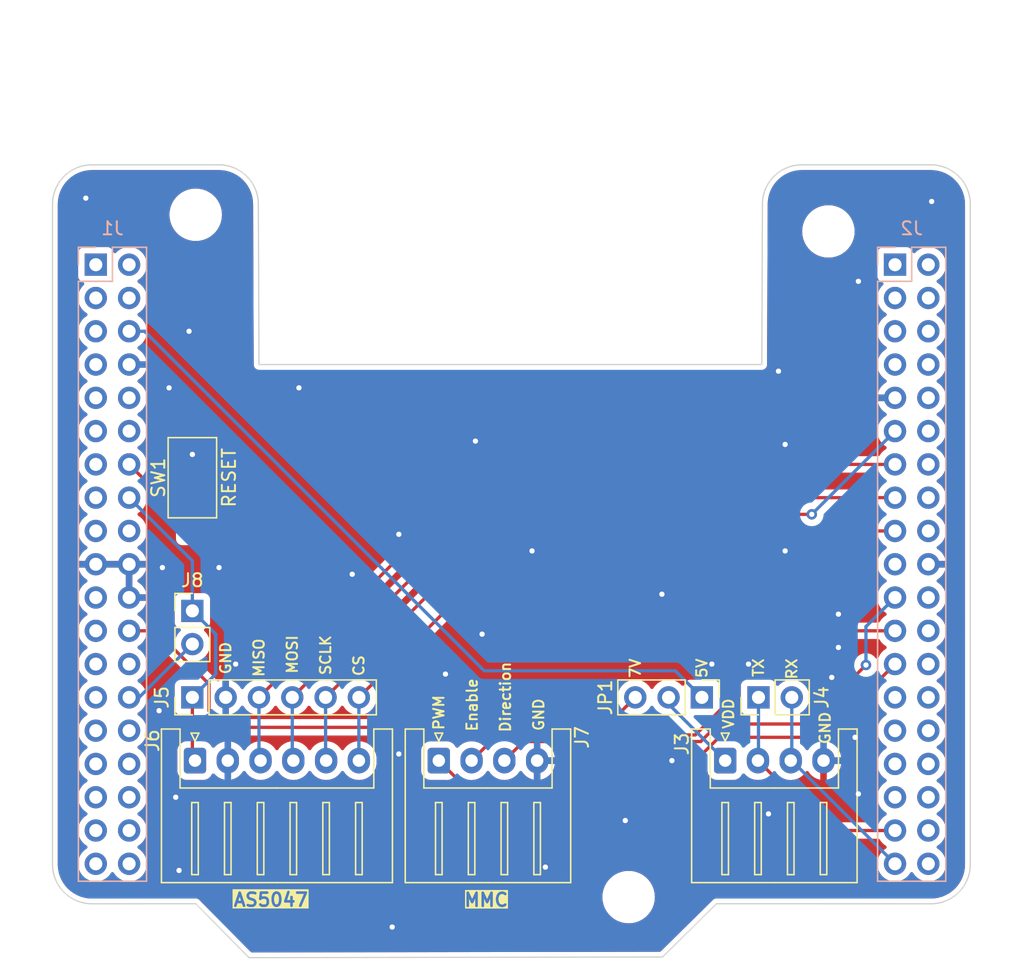
<source format=kicad_pcb>
(kicad_pcb (version 20221018) (generator pcbnew)
  (layers (0 "F.Cu" signal) (31 "B.Cu" signal) (34 "B.Paste" user) (35 "F.Paste" user) (36 "B.SilkS" user "B.Silkscreen") (37 "F.SilkS" user "F.Silkscreen") (38 "B.Mask" user) (39 "F.Mask" user) (44 "Edge.Cuts" user))
  (net 0 "")
  (net 1 "PWM")
  (net 3 "ENABLE")
  (net 4 "DIR")
  (net 6 "E5V")
  (net 8 "GND")
  (net 11 "UART_TX")
  (net 13 "RESET")
  (net 14 "UART_RX")
  (net 15 "+3.3V")
  (net 17 "+5V")
  (net 20 "NUCLEO_VIN")
  (net 22 "LIMIT_SW")
  (net 32 "VBUS")
  (net 33 "SPI_SCLK")
  (net 34 "SPI_MISO")
  (net 35 "SPI_MOSI")
  (net 36 "SPI_CS")
  (net 38 "VIN")
  (footprint "Connector_JST:JST_XH_S4B-XH-A_1x04_P2.50mm_Horizontal" (layer "F.Cu") (at 162.306 114.046)
    (fp_text reference "J3" (at -3.302 -1.27 90) (layer "F.SilkS"))
    (fp_text value "Conn_01x04")
    (fp_line (start -2.56 -2.41) (end -1.14 -2.41) (stroke (width 0.12)) (layer "F.SilkS"))
    (fp_line (start -2.56 9.31) (end -2.56 -2.41) (stroke (width 0.12)) (layer "F.SilkS"))
    (fp_line (start -1.14 -2.41) (end -1.14 2.09) (stroke (width 0.12)) (layer "F.SilkS"))
    (fp_line (start -1.14 2.09) (end 3.75 2.09) (stroke (width 0.12)) (layer "F.SilkS"))
    (fp_line (start -0.3 -2.1) (end 0.3 -2.1) (stroke (width 0.12)) (layer "F.SilkS"))
    (fp_line (start -0.25 3.2) (end -0.25 8.7) (stroke (width 0.12)) (layer "F.SilkS"))
    (fp_line (start -0.25 8.7) (end 0.25 8.7) (stroke (width 0.12)) (layer "F.SilkS"))
    (fp_line (start 0 -1.5) (end -0.3 -2.1) (stroke (width 0.12)) (layer "F.SilkS"))
    (fp_line (start 0.25 3.2) (end -0.25 3.2) (stroke (width 0.12)) (layer "F.SilkS"))
    (fp_line (start 0.25 8.7) (end 0.25 3.2) (stroke (width 0.12)) (layer "F.SilkS"))
    (fp_line (start 0.3 -2.1) (end 0 -1.5) (stroke (width 0.12)) (layer "F.SilkS"))
    (fp_line (start 2.25 3.2) (end 2.25 8.7) (stroke (width 0.12)) (layer "F.SilkS"))
    (fp_line (start 2.25 8.7) (end 2.75 8.7) (stroke (width 0.12)) (layer "F.SilkS"))
    (fp_line (start 2.75 3.2) (end 2.25 3.2) (stroke (width 0.12)) (layer "F.SilkS"))
    (fp_line (start 2.75 8.7) (end 2.75 3.2) (stroke (width 0.12)) (layer "F.SilkS"))
    (fp_line (start 3.75 9.31) (end -2.56 9.31) (stroke (width 0.12)) (layer "F.SilkS"))
    (fp_line (start 3.75 9.31) (end 10.06 9.31) (stroke (width 0.12)) (layer "F.SilkS"))
    (fp_line (start 4.75 3.2) (end 4.75 8.7) (stroke (width 0.12)) (layer "F.SilkS"))
    (fp_line (start 4.75 8.7) (end 5.25 8.7) (stroke (width 0.12)) (layer "F.SilkS"))
    (fp_line (start 5.25 3.2) (end 4.75 3.2) (stroke (width 0.12)) (layer "F.SilkS"))
    (fp_line (start 5.25 8.7) (end 5.25 3.2) (stroke (width 0.12)) (layer "F.SilkS"))
    (fp_line (start 7.25 3.2) (end 7.25 8.7) (stroke (width 0.12)) (layer "F.SilkS"))
    (fp_line (start 7.25 8.7) (end 7.75 8.7) (stroke (width 0.12)) (layer "F.SilkS"))
    (fp_line (start 7.75 3.2) (end 7.25 3.2) (stroke (width 0.12)) (layer "F.SilkS"))
    (fp_line (start 7.75 8.7) (end 7.75 3.2) (stroke (width 0.12)) (layer "F.SilkS"))
    (fp_line (start 8.64 -2.41) (end 8.64 2.09) (stroke (width 0.12)) (layer "F.SilkS"))
    (fp_line (start 8.64 2.09) (end 3.75 2.09) (stroke (width 0.12)) (layer "F.SilkS"))
    (fp_line (start 10.06 -2.41) (end 8.64 -2.41) (stroke (width 0.12)) (layer "F.SilkS"))
    (fp_line (start 10.06 9.31) (end 10.06 -2.41) (stroke (width 0.12)) (layer "F.SilkS"))
    (pad "1" thru_hole roundrect (at 0 0) (size 1.7 1.95) (drill 0.95) (layers "*.Cu" "*.Mask") (roundrect_rratio 0.1470588235) (net 38 "VIN"))
    (pad "2" thru_hole oval (at 2.5 0) (size 1.7 1.95) (drill 0.95) (layers "*.Cu" "*.Mask") (net 11 "UART_TX"))
    (pad "3" thru_hole oval (at 5 0) (size 1.7 1.95) (drill 0.95) (layers "*.Cu" "*.Mask") (net 14 "UART_RX"))
    (pad "4" thru_hole oval (at 7.5 0) (size 1.7 1.95) (drill 0.95) (layers "*.Cu" "*.Mask") (net 8 "GND"))
  )
  (footprint "Connector_JST:JST_XH_S6B-XH-A_1x06_P2.50mm_Horizontal" (layer "F.Cu") (at 121.866 114.046)
    (fp_text reference "J6" (at -3.248 -1.524 90) (layer "F.SilkS"))
    (fp_text value "Conn_01x06")
    (fp_line (start -2.56 -2.41) (end -1.14 -2.41) (stroke (width 0.12)) (layer "F.SilkS"))
    (fp_line (start -2.56 9.31) (end -2.56 -2.41) (stroke (width 0.12)) (layer "F.SilkS"))
    (fp_line (start -1.14 -2.41) (end -1.14 2.09) (stroke (width 0.12)) (layer "F.SilkS"))
    (fp_line (start -1.14 2.09) (end 6.25 2.09) (stroke (width 0.12)) (layer "F.SilkS"))
    (fp_line (start -0.3 -2.1) (end 0.3 -2.1) (stroke (width 0.12)) (layer "F.SilkS"))
    (fp_line (start -0.25 3.2) (end -0.25 8.7) (stroke (width 0.12)) (layer "F.SilkS"))
    (fp_line (start -0.25 8.7) (end 0.25 8.7) (stroke (width 0.12)) (layer "F.SilkS"))
    (fp_line (start 0 -1.5) (end -0.3 -2.1) (stroke (width 0.12)) (layer "F.SilkS"))
    (fp_line (start 0.25 3.2) (end -0.25 3.2) (stroke (width 0.12)) (layer "F.SilkS"))
    (fp_line (start 0.25 8.7) (end 0.25 3.2) (stroke (width 0.12)) (layer "F.SilkS"))
    (fp_line (start 0.3 -2.1) (end 0 -1.5) (stroke (width 0.12)) (layer "F.SilkS"))
    (fp_line (start 2.25 3.2) (end 2.25 8.7) (stroke (width 0.12)) (layer "F.SilkS"))
    (fp_line (start 2.25 8.7) (end 2.75 8.7) (stroke (width 0.12)) (layer "F.SilkS"))
    (fp_line (start 2.75 3.2) (end 2.25 3.2) (stroke (width 0.12)) (layer "F.SilkS"))
    (fp_line (start 2.75 8.7) (end 2.75 3.2) (stroke (width 0.12)) (layer "F.SilkS"))
    (fp_line (start 4.75 3.2) (end 4.75 8.7) (stroke (width 0.12)) (layer "F.SilkS"))
    (fp_line (start 4.75 8.7) (end 5.25 8.7) (stroke (width 0.12)) (layer "F.SilkS"))
    (fp_line (start 5.25 3.2) (end 4.75 3.2) (stroke (width 0.12)) (layer "F.SilkS"))
    (fp_line (start 5.25 8.7) (end 5.25 3.2) (stroke (width 0.12)) (layer "F.SilkS"))
    (fp_line (start 6.25 9.31) (end -2.56 9.31) (stroke (width 0.12)) (layer "F.SilkS"))
    (fp_line (start 6.25 9.31) (end 15.06 9.31) (stroke (width 0.12)) (layer "F.SilkS"))
    (fp_line (start 7.25 3.2) (end 7.25 8.7) (stroke (width 0.12)) (layer "F.SilkS"))
    (fp_line (start 7.25 8.7) (end 7.75 8.7) (stroke (width 0.12)) (layer "F.SilkS"))
    (fp_line (start 7.75 3.2) (end 7.25 3.2) (stroke (width 0.12)) (layer "F.SilkS"))
    (fp_line (start 7.75 8.7) (end 7.75 3.2) (stroke (width 0.12)) (layer "F.SilkS"))
    (fp_line (start 9.75 3.2) (end 9.75 8.7) (stroke (width 0.12)) (layer "F.SilkS"))
    (fp_line (start 9.75 8.7) (end 10.25 8.7) (stroke (width 0.12)) (layer "F.SilkS"))
    (fp_line (start 10.25 3.2) (end 9.75 3.2) (stroke (width 0.12)) (layer "F.SilkS"))
    (fp_line (start 10.25 8.7) (end 10.25 3.2) (stroke (width 0.12)) (layer "F.SilkS"))
    (fp_line (start 12.25 3.2) (end 12.25 8.7) (stroke (width 0.12)) (layer "F.SilkS"))
    (fp_line (start 12.25 8.7) (end 12.75 8.7) (stroke (width 0.12)) (layer "F.SilkS"))
    (fp_line (start 12.75 3.2) (end 12.25 3.2) (stroke (width 0.12)) (layer "F.SilkS"))
    (fp_line (start 12.75 8.7) (end 12.75 3.2) (stroke (width 0.12)) (layer "F.SilkS"))
    (fp_line (start 13.64 -2.41) (end 13.64 2.09) (stroke (width 0.12)) (layer "F.SilkS"))
    (fp_line (start 13.64 2.09) (end 6.25 2.09) (stroke (width 0.12)) (layer "F.SilkS"))
    (fp_line (start 15.06 -2.41) (end 13.64 -2.41) (stroke (width 0.12)) (layer "F.SilkS"))
    (fp_line (start 15.06 9.31) (end 15.06 -2.41) (stroke (width 0.12)) (layer "F.SilkS"))
    (pad "1" thru_hole roundrect (at 0 0) (size 1.7 1.95) (drill 0.95) (layers "*.Cu" "*.Mask") (roundrect_rratio 0.1470588235) (net 15 "+3.3V"))
    (pad "2" thru_hole oval (at 2.5 0) (size 1.7 1.95) (drill 0.95) (layers "*.Cu" "*.Mask") (net 8 "GND"))
    (pad "3" thru_hole oval (at 5 0) (size 1.7 1.95) (drill 0.95) (layers "*.Cu" "*.Mask") (net 34 "SPI_MISO"))
    (pad "4" thru_hole oval (at 7.5 0) (size 1.7 1.95) (drill 0.95) (layers "*.Cu" "*.Mask") (net 35 "SPI_MOSI"))
    (pad "5" thru_hole oval (at 10 0) (size 1.7 1.95) (drill 0.95) (layers "*.Cu" "*.Mask") (net 33 "SPI_SCLK"))
    (pad "6" thru_hole oval (at 12.5 0) (size 1.7 1.95) (drill 0.95) (layers "*.Cu" "*.Mask") (net 36 "SPI_CS"))
  )
  (footprint "Connector_PinHeader_2.54mm:PinHeader_1x03_P2.54mm_Vertical" (layer "F.Cu") (at 160.528 109.22 -90)
    (fp_text reference "JP1" (at 0 7.366 90) (layer "F.SilkS"))
    (fp_text value "Jumper_3_Bridged12")
    (fp_line (start -1.33 -1.33) (end 0 -1.33) (stroke (width 0.12)) (layer "F.SilkS"))
    (fp_line (start -1.33 0) (end -1.33 -1.33) (stroke (width 0.12)) (layer "F.SilkS"))
    (fp_line (start -1.33 1.27) (end -1.33 6.41) (stroke (width 0.12)) (layer "F.SilkS"))
    (fp_line (start -1.33 1.27) (end 1.33 1.27) (stroke (width 0.12)) (layer "F.SilkS"))
    (fp_line (start -1.33 6.41) (end 1.33 6.41) (stroke (width 0.12)) (layer "F.SilkS"))
    (fp_line (start 1.33 1.27) (end 1.33 6.41) (stroke (width 0.12)) (layer "F.SilkS"))
    (pad "1" thru_hole rect (at 0 0 270) (size 1.7 1.7) (drill 1) (layers "*.Cu" "*.Mask") (net 6 "E5V"))
    (pad "2" thru_hole oval (at 0 2.54 270) (size 1.7 1.7) (drill 1) (layers "*.Cu" "*.Mask") (net 38 "VIN"))
    (pad "3" thru_hole oval (at 0 5.08 270) (size 1.7 1.7) (drill 1) (layers "*.Cu" "*.Mask") (net 20 "NUCLEO_VIN"))
  )
  (footprint "Button_Switch_SMD:SW_SPST_CK_RS282G05A3" (layer "F.Cu") (at 121.666 92.456 90)
    (fp_text reference "SW1" (at 0 -2.6 90) (layer "F.SilkS"))
    (fp_text value "RESET")
    (fp_text user "RESET" (at 0 2.794 90 unlocked) (layer "F.SilkS"))
    (fp_line (start -3.06 -1.85) (end 3.06 -1.85) (stroke (width 0.12)) (layer "F.SilkS"))
    (fp_line (start -3.06 1.85) (end -3.06 -1.85) (stroke (width 0.12)) (layer "F.SilkS"))
    (fp_line (start 3.06 -1.85) (end 3.06 1.85) (stroke (width 0.12)) (layer "F.SilkS"))
    (fp_line (start 3.06 1.85) (end -3.06 1.85) (stroke (width 0.12)) (layer "F.SilkS"))
    (pad "1" smd rect (at -3.9 0 90) (size 1.5 1.5) (layers "F.Cu" "F.Paste" "F.Mask") (net 13 "RESET"))
    (pad "2" smd rect (at 3.9 0 90) (size 1.5 1.5) (layers "F.Cu" "F.Paste" "F.Mask") (net 8 "GND"))
  )
  (footprint "Connector_PinHeader_2.54mm:PinHeader_1x02_P2.54mm_Vertical" (layer "F.Cu") (at 164.846 109.22 90)
    (fp_text reference "J4" (at 0 4.826 90) (layer "F.SilkS"))
    (fp_text value "Conn_01x02")
    (fp_line (start -1.33 -1.33) (end 0 -1.33) (stroke (width 0.12)) (layer "F.SilkS"))
    (fp_line (start -1.33 0) (end -1.33 -1.33) (stroke (width 0.12)) (layer "F.SilkS"))
    (fp_line (start -1.33 1.27) (end -1.33 3.87) (stroke (width 0.12)) (layer "F.SilkS"))
    (fp_line (start -1.33 1.27) (end 1.33 1.27) (stroke (width 0.12)) (layer "F.SilkS"))
    (fp_line (start -1.33 3.87) (end 1.33 3.87) (stroke (width 0.12)) (layer "F.SilkS"))
    (fp_line (start 1.33 1.27) (end 1.33 3.87) (stroke (width 0.12)) (layer "F.SilkS"))
    (pad "1" thru_hole rect (at 0 0 90) (size 1.7 1.7) (drill 1) (layers "*.Cu" "*.Mask") (net 11 "UART_TX"))
    (pad "2" thru_hole oval (at 0 2.54 90) (size 1.7 1.7) (drill 1) (layers "*.Cu" "*.Mask") (net 14 "UART_RX"))
  )
  (footprint "Connector_PinHeader_2.54mm:PinHeader_1x02_P2.54mm_Vertical" (layer "F.Cu") (at 121.666 102.616)
    (fp_text reference "J8" (at 0 -2.33) (layer "F.SilkS"))
    (fp_text value "Conn_01x02")
    (fp_line (start -1.33 -1.33) (end 0 -1.33) (stroke (width 0.12)) (layer "F.SilkS"))
    (fp_line (start -1.33 0) (end -1.33 -1.33) (stroke (width 0.12)) (layer "F.SilkS"))
    (fp_line (start -1.33 1.27) (end -1.33 3.87) (stroke (width 0.12)) (layer "F.SilkS"))
    (fp_line (start -1.33 1.27) (end 1.33 1.27) (stroke (width 0.12)) (layer "F.SilkS"))
    (fp_line (start -1.33 3.87) (end 1.33 3.87) (stroke (width 0.12)) (layer "F.SilkS"))
    (fp_line (start 1.33 1.27) (end 1.33 3.87) (stroke (width 0.12)) (layer "F.SilkS"))
    (pad "1" thru_hole rect (at 0 0) (size 1.7 1.7) (drill 1) (layers "*.Cu" "*.Mask") (net 15 "+3.3V"))
    (pad "2" thru_hole oval (at 0 2.54) (size 1.7 1.7) (drill 1) (layers "*.Cu" "*.Mask") (net 22 "LIMIT_SW"))
  )
  (footprint "Connector_JST:JST_XH_S4B-XH-A_1x04_P2.50mm_Horizontal" (layer "F.Cu") (at 140.462 114.046)
    (fp_text reference "J7" (at 10.922 -1.778 90) (layer "F.SilkS"))
    (fp_text value "Conn_01x04")
    (fp_line (start -2.56 -2.41) (end -1.14 -2.41) (stroke (width 0.12)) (layer "F.SilkS"))
    (fp_line (start -2.56 9.31) (end -2.56 -2.41) (stroke (width 0.12)) (layer "F.SilkS"))
    (fp_line (start -1.14 -2.41) (end -1.14 2.09) (stroke (width 0.12)) (layer "F.SilkS"))
    (fp_line (start -1.14 2.09) (end 3.75 2.09) (stroke (width 0.12)) (layer "F.SilkS"))
    (fp_line (start -0.3 -2.1) (end 0.3 -2.1) (stroke (width 0.12)) (layer "F.SilkS"))
    (fp_line (start -0.25 3.2) (end -0.25 8.7) (stroke (width 0.12)) (layer "F.SilkS"))
    (fp_line (start -0.25 8.7) (end 0.25 8.7) (stroke (width 0.12)) (layer "F.SilkS"))
    (fp_line (start 0 -1.5) (end -0.3 -2.1) (stroke (width 0.12)) (layer "F.SilkS"))
    (fp_line (start 0.25 3.2) (end -0.25 3.2) (stroke (width 0.12)) (layer "F.SilkS"))
    (fp_line (start 0.25 8.7) (end 0.25 3.2) (stroke (width 0.12)) (layer "F.SilkS"))
    (fp_line (start 0.3 -2.1) (end 0 -1.5) (stroke (width 0.12)) (layer "F.SilkS"))
    (fp_line (start 2.25 3.2) (end 2.25 8.7) (stroke (width 0.12)) (layer "F.SilkS"))
    (fp_line (start 2.25 8.7) (end 2.75 8.7) (stroke (width 0.12)) (layer "F.SilkS"))
    (fp_line (start 2.75 3.2) (end 2.25 3.2) (stroke (width 0.12)) (layer "F.SilkS"))
    (fp_line (start 2.75 8.7) (end 2.75 3.2) (stroke (width 0.12)) (layer "F.SilkS"))
    (fp_line (start 3.75 9.31) (end -2.56 9.31) (stroke (width 0.12)) (layer "F.SilkS"))
    (fp_line (start 3.75 9.31) (end 10.06 9.31) (stroke (width 0.12)) (layer "F.SilkS"))
    (fp_line (start 4.75 3.2) (end 4.75 8.7) (stroke (width 0.12)) (layer "F.SilkS"))
    (fp_line (start 4.75 8.7) (end 5.25 8.7) (stroke (width 0.12)) (layer "F.SilkS"))
    (fp_line (start 5.25 3.2) (end 4.75 3.2) (stroke (width 0.12)) (layer "F.SilkS"))
    (fp_line (start 5.25 8.7) (end 5.25 3.2) (stroke (width 0.12)) (layer "F.SilkS"))
    (fp_line (start 7.25 3.2) (end 7.25 8.7) (stroke (width 0.12)) (layer "F.SilkS"))
    (fp_line (start 7.25 8.7) (end 7.75 8.7) (stroke (width 0.12)) (layer "F.SilkS"))
    (fp_line (start 7.75 3.2) (end 7.25 3.2) (stroke (width 0.12)) (layer "F.SilkS"))
    (fp_line (start 7.75 8.7) (end 7.75 3.2) (stroke (width 0.12)) (layer "F.SilkS"))
    (fp_line (start 8.64 -2.41) (end 8.64 2.09) (stroke (width 0.12)) (layer "F.SilkS"))
    (fp_line (start 8.64 2.09) (end 3.75 2.09) (stroke (width 0.12)) (layer "F.SilkS"))
    (fp_line (start 10.06 -2.41) (end 8.64 -2.41) (stroke (width 0.12)) (layer "F.SilkS"))
    (fp_line (start 10.06 9.31) (end 10.06 -2.41) (stroke (width 0.12)) (layer "F.SilkS"))
    (pad "1" thru_hole roundrect (at 0 0) (size 1.7 1.95) (drill 0.95) (layers "*.Cu" "*.Mask") (roundrect_rratio 0.1470588235) (net 1 "PWM"))
    (pad "2" thru_hole oval (at 2.5 0) (size 1.7 1.95) (drill 0.95) (layers "*.Cu" "*.Mask") (net 3 "ENABLE"))
    (pad "3" thru_hole oval (at 5 0) (size 1.7 1.95) (drill 0.95) (layers "*.Cu" "*.Mask") (net 4 "DIR"))
    (pad "4" thru_hole oval (at 7.5 0) (size 1.7 1.95) (drill 0.95) (layers "*.Cu" "*.Mask") (net 8 "GND"))
  )
  (footprint "Connector_PinHeader_2.54mm:PinHeader_1x06_P2.54mm_Vertical" (layer "F.Cu") (at 121.666 109.22 90)
    (fp_text reference "J5" (at 0 -2.33 90) (layer "F.SilkS"))
    (fp_text value "Conn_01x06")
    (fp_line (start -1.33 -1.33) (end 0 -1.33) (stroke (width 0.12)) (layer "F.SilkS"))
    (fp_line (start -1.33 0) (end -1.33 -1.33) (stroke (width 0.12)) (layer "F.SilkS"))
    (fp_line (start -1.33 1.27) (end -1.33 14.03) (stroke (width 0.12)) (layer "F.SilkS"))
    (fp_line (start -1.33 1.27) (end 1.33 1.27) (stroke (width 0.12)) (layer "F.SilkS"))
    (fp_line (start -1.33 14.03) (end 1.33 14.03) (stroke (width 0.12)) (layer "F.SilkS"))
    (fp_line (start 1.33 1.27) (end 1.33 14.03) (stroke (width 0.12)) (layer "F.SilkS"))
    (pad "1" thru_hole rect (at 0 0 90) (size 1.7 1.7) (drill 1) (layers "*.Cu" "*.Mask") (net 15 "+3.3V"))
    (pad "2" thru_hole oval (at 0 2.54 90) (size 1.7 1.7) (drill 1) (layers "*.Cu" "*.Mask") (net 8 "GND"))
    (pad "3" thru_hole oval (at 0 5.08 90) (size 1.7 1.7) (drill 1) (layers "*.Cu" "*.Mask") (net 34 "SPI_MISO"))
    (pad "4" thru_hole oval (at 0 7.62 90) (size 1.7 1.7) (drill 1) (layers "*.Cu" "*.Mask") (net 35 "SPI_MOSI"))
    (pad "5" thru_hole oval (at 0 10.16 90) (size 1.7 1.7) (drill 1) (layers "*.Cu" "*.Mask") (net 33 "SPI_SCLK"))
    (pad "6" thru_hole oval (at 0 12.7 90) (size 1.7 1.7) (drill 1) (layers "*.Cu" "*.Mask") (net 36 "SPI_CS"))
  )
  (footprint "MountingHole:MountingHole_3.5mm" (layer "F.Cu") (at 121.92 72.39)
    (fp_text reference "H3" hide)
    (fp_text value "MountingHole")
    (pad "" np_thru_hole circle (at 0 0) (size 3.5 3.5) (drill 3.5) (layers "*.Cu" "*.Mask"))
  )
  (footprint "MountingHole:MountingHole_3.5mm" (layer "F.Cu") (at 154.94 124.46)
    (fp_text reference "H1" hide)
    (fp_text value "MountingHole")
    (pad "" np_thru_hole circle locked (at 0 0) (size 3.5 3.5) (drill 3.5) (layers "*.Cu" "*.Mask"))
  )
  (footprint "MountingHole:MountingHole_3.5mm" (layer "F.Cu") (at 170.18 73.66)
    (fp_text reference "H2" hide)
    (fp_text value "MountingHole")
    (pad "" np_thru_hole circle locked (at 0 0) (size 3.5 3.5) (drill 3.5) (layers "*.Cu" "*.Mask"))
  )
  (footprint "Connector_PinSocket_2.54mm:PinSocket_2x19_P2.54mm_Vertical" (layer "B.Cu") (at 175.26 76.2 180)
    (fp_text reference "J2" (at -1.27 2.77) (layer "B.SilkS") (effects (justify mirror)))
    (fp_text value "Conn_02x19_Odd_Even")
    (fp_line (start -3.87 -47.05) (end 1.33 -47.05) (stroke (width 0.12)) (layer "B.SilkS"))
    (fp_line (start -3.87 1.33) (end -3.87 -47.05) (stroke (width 0.12)) (layer "B.SilkS"))
    (fp_line (start -3.87 1.33) (end -1.27 1.33) (stroke (width 0.12)) (layer "B.SilkS"))
    (fp_line (start -1.27 -1.27) (end 1.33 -1.27) (stroke (width 0.12)) (layer "B.SilkS"))
    (fp_line (start -1.27 1.33) (end -1.27 -1.27) (stroke (width 0.12)) (layer "B.SilkS"))
    (fp_line (start 0 1.33) (end 1.33 1.33) (stroke (width 0.12)) (layer "B.SilkS"))
    (fp_line (start 1.33 -1.27) (end 1.33 -47.05) (stroke (width 0.12)) (layer "B.SilkS"))
    (fp_line (start 1.33 1.33) (end 1.33 0) (stroke (width 0.12)) (layer "B.SilkS"))
    (pad "1" thru_hole rect locked (at 0 0 180) (size 1.7 1.7) (drill 1) (layers "*.Cu" "*.Mask"))
    (pad "2" thru_hole oval locked (at -2.54 0 180) (size 1.7 1.7) (drill 1) (layers "*.Cu" "*.Mask"))
    (pad "3" thru_hole oval locked (at 0 -2.54 180) (size 1.7 1.7) (drill 1) (layers "*.Cu" "*.Mask"))
    (pad "4" thru_hole oval locked (at -2.54 -2.54 180) (size 1.7 1.7) (drill 1) (layers "*.Cu" "*.Mask"))
    (pad "5" thru_hole oval locked (at 0 -5.08 180) (size 1.7 1.7) (drill 1) (layers "*.Cu" "*.Mask"))
    (pad "6" thru_hole oval locked (at -2.54 -5.08 180) (size 1.7 1.7) (drill 1) (layers "*.Cu" "*.Mask"))
    (pad "7" thru_hole oval locked (at 0 -7.62 180) (size 1.7 1.7) (drill 1) (layers "*.Cu" "*.Mask"))
    (pad "8" thru_hole oval locked (at -2.54 -7.62 180) (size 1.7 1.7) (drill 1) (layers "*.Cu" "*.Mask") (net 32 "VBUS"))
    (pad "9" thru_hole oval locked (at 0 -10.16 180) (size 1.7 1.7) (drill 1) (layers "*.Cu" "*.Mask") (net 8 "GND"))
    (pad "10" thru_hole oval locked (at -2.54 -10.16 180) (size 1.7 1.7) (drill 1) (layers "*.Cu" "*.Mask"))
    (pad "11" thru_hole oval locked (at 0 -12.7 180) (size 1.7 1.7) (drill 1) (layers "*.Cu" "*.Mask") (net 33 "SPI_SCLK"))
    (pad "12" thru_hole oval locked (at -2.54 -12.7 180) (size 1.7 1.7) (drill 1) (layers "*.Cu" "*.Mask"))
    (pad "13" thru_hole oval locked (at 0 -15.24 180) (size 1.7 1.7) (drill 1) (layers "*.Cu" "*.Mask") (net 34 "SPI_MISO"))
    (pad "14" thru_hole oval locked (at -2.54 -15.24 180) (size 1.7 1.7) (drill 1) (layers "*.Cu" "*.Mask"))
    (pad "15" thru_hole oval locked (at 0 -17.78 180) (size 1.7 1.7) (drill 1) (layers "*.Cu" "*.Mask") (net 35 "SPI_MOSI"))
    (pad "16" thru_hole oval locked (at -2.54 -17.78 180) (size 1.7 1.7) (drill 1) (layers "*.Cu" "*.Mask"))
    (pad "17" thru_hole oval locked (at 0 -20.32 180) (size 1.7 1.7) (drill 1) (layers "*.Cu" "*.Mask") (net 36 "SPI_CS"))
    (pad "18" thru_hole oval locked (at -2.54 -20.32 180) (size 1.7 1.7) (drill 1) (layers "*.Cu" "*.Mask"))
    (pad "19" thru_hole oval locked (at 0 -22.86 180) (size 1.7 1.7) (drill 1) (layers "*.Cu" "*.Mask"))
    (pad "20" thru_hole oval locked (at -2.54 -22.86 180) (size 1.7 1.7) (drill 1) (layers "*.Cu" "*.Mask") (net 8 "GND"))
    (pad "21" thru_hole oval locked (at 0 -25.4 180) (size 1.7 1.7) (drill 1) (layers "*.Cu" "*.Mask") (net 4 "DIR"))
    (pad "22" thru_hole oval locked (at -2.54 -25.4 180) (size 1.7 1.7) (drill 1) (layers "*.Cu" "*.Mask"))
    (pad "23" thru_hole oval locked (at 0 -27.94 180) (size 1.7 1.7) (drill 1) (layers "*.Cu" "*.Mask") (net 3 "ENABLE"))
    (pad "24" thru_hole oval locked (at -2.54 -27.94 180) (size 1.7 1.7) (drill 1) (layers "*.Cu" "*.Mask"))
    (pad "25" thru_hole oval locked (at 0 -30.48 180) (size 1.7 1.7) (drill 1) (layers "*.Cu" "*.Mask") (net 1 "PWM"))
    (pad "26" thru_hole oval locked (at -2.54 -30.48 180) (size 1.7 1.7) (drill 1) (layers "*.Cu" "*.Mask"))
    (pad "27" thru_hole oval locked (at 0 -33.02 180) (size 1.7 1.7) (drill 1) (layers "*.Cu" "*.Mask"))
    (pad "28" thru_hole oval locked (at -2.54 -33.02 180) (size 1.7 1.7) (drill 1) (layers "*.Cu" "*.Mask"))
    (pad "29" thru_hole oval locked (at 0 -35.56 180) (size 1.7 1.7) (drill 1) (layers "*.Cu" "*.Mask"))
    (pad "30" thru_hole oval locked (at -2.54 -35.56 180) (size 1.7 1.7) (drill 1) (layers "*.Cu" "*.Mask"))
    (pad "31" thru_hole oval locked (at 0 -38.1 180) (size 1.7 1.7) (drill 1) (layers "*.Cu" "*.Mask"))
    (pad "32" thru_hole oval locked (at -2.54 -38.1 180) (size 1.7 1.7) (drill 1) (layers "*.Cu" "*.Mask"))
    (pad "33" thru_hole oval locked (at 0 -40.64 180) (size 1.7 1.7) (drill 1) (layers "*.Cu" "*.Mask"))
    (pad "34" thru_hole oval locked (at -2.54 -40.64 180) (size 1.7 1.7) (drill 1) (layers "*.Cu" "*.Mask"))
    (pad "35" thru_hole oval locked (at 0 -43.18 180) (size 1.7 1.7) (drill 1) (layers "*.Cu" "*.Mask") (net 11 "UART_TX"))
    (pad "36" thru_hole oval locked (at -2.54 -43.18 180) (size 1.7 1.7) (drill 1) (layers "*.Cu" "*.Mask"))
    (pad "37" thru_hole oval locked (at 0 -45.72 180) (size 1.7 1.7) (drill 1) (layers "*.Cu" "*.Mask") (net 14 "UART_RX"))
    (pad "38" thru_hole oval locked (at -2.54 -45.72 180) (size 1.7 1.7) (drill 1) (layers "*.Cu" "*.Mask"))
  )
  (footprint "Connector_PinSocket_2.54mm:PinSocket_2x19_P2.54mm_Vertical" (layer "B.Cu") (at 114.3 76.2 180)
    (fp_text reference "J1" (at -1.27 2.77) (layer "B.SilkS") (effects (justify mirror)))
    (fp_text value "Conn_02x19_Odd_Even")
    (fp_line (start -3.87 -47.05) (end 1.33 -47.05) (stroke (width 0.12)) (layer "B.SilkS"))
    (fp_line (start -3.87 1.33) (end -3.87 -47.05) (stroke (width 0.12)) (layer "B.SilkS"))
    (fp_line (start -3.87 1.33) (end -1.27 1.33) (stroke (width 0.12)) (layer "B.SilkS"))
    (fp_line (start -1.27 -1.27) (end 1.33 -1.27) (stroke (width 0.12)) (layer "B.SilkS"))
    (fp_line (start -1.27 1.33) (end -1.27 -1.27) (stroke (width 0.12)) (layer "B.SilkS"))
    (fp_line (start 0 1.33) (end 1.33 1.33) (stroke (width 0.12)) (layer "B.SilkS"))
    (fp_line (start 1.33 -1.27) (end 1.33 -47.05) (stroke (width 0.12)) (layer "B.SilkS"))
    (fp_line (start 1.33 1.33) (end 1.33 0) (stroke (width 0.12)) (layer "B.SilkS"))
    (pad "1" thru_hole rect locked (at 0 0 180) (size 1.7 1.7) (drill 1) (layers "*.Cu" "*.Mask"))
    (pad "2" thru_hole oval locked (at -2.54 0 180) (size 1.7 1.7) (drill 1) (layers "*.Cu" "*.Mask"))
    (pad "3" thru_hole oval locked (at 0 -2.54 180) (size 1.7 1.7) (drill 1) (layers "*.Cu" "*.Mask"))
    (pad "4" thru_hole oval locked (at -2.54 -2.54 180) (size 1.7 1.7) (drill 1) (layers "*.Cu" "*.Mask"))
    (pad "5" thru_hole oval locked (at 0 -5.08 180) (size 1.7 1.7) (drill 1) (layers "*.Cu" "*.Mask"))
    (pad "6" thru_hole oval locked (at -2.54 -5.08 180) (size 1.7 1.7) (drill 1) (layers "*.Cu" "*.Mask") (net 6 "E5V"))
    (pad "7" thru_hole oval locked (at 0 -7.62 180) (size 1.7 1.7) (drill 1) (layers "*.Cu" "*.Mask"))
    (pad "8" thru_hole oval locked (at -2.54 -7.62 180) (size 1.7 1.7) (drill 1) (layers "*.Cu" "*.Mask") (net 8 "GND"))
    (pad "9" thru_hole oval locked (at 0 -10.16 180) (size 1.7 1.7) (drill 1) (layers "*.Cu" "*.Mask"))
    (pad "10" thru_hole oval locked (at -2.54 -10.16 180) (size 1.7 1.7) (drill 1) (layers "*.Cu" "*.Mask"))
    (pad "11" thru_hole oval locked (at 0 -12.7 180) (size 1.7 1.7) (drill 1) (layers "*.Cu" "*.Mask"))
    (pad "12" thru_hole oval locked (at -2.54 -12.7 180) (size 1.7 1.7) (drill 1) (layers "*.Cu" "*.Mask"))
    (pad "13" thru_hole oval locked (at 0 -15.24 180) (size 1.7 1.7) (drill 1) (layers "*.Cu" "*.Mask"))
    (pad "14" thru_hole oval locked (at -2.54 -15.24 180) (size 1.7 1.7) (drill 1) (layers "*.Cu" "*.Mask") (net 13 "RESET"))
    (pad "15" thru_hole oval locked (at 0 -17.78 180) (size 1.7 1.7) (drill 1) (layers "*.Cu" "*.Mask"))
    (pad "16" thru_hole oval locked (at -2.54 -17.78 180) (size 1.7 1.7) (drill 1) (layers "*.Cu" "*.Mask") (net 15 "+3.3V"))
    (pad "17" thru_hole oval locked (at 0 -20.32 180) (size 1.7 1.7) (drill 1) (layers "*.Cu" "*.Mask"))
    (pad "18" thru_hole oval locked (at -2.54 -20.32 180) (size 1.7 1.7) (drill 1) (layers "*.Cu" "*.Mask") (net 17 "+5V"))
    (pad "19" thru_hole oval locked (at 0 -22.86 180) (size 1.7 1.7) (drill 1) (layers "*.Cu" "*.Mask") (net 8 "GND"))
    (pad "20" thru_hole oval locked (at -2.54 -22.86 180) (size 1.7 1.7) (drill 1) (layers "*.Cu" "*.Mask") (net 8 "GND"))
    (pad "21" thru_hole oval locked (at 0 -25.4 180) (size 1.7 1.7) (drill 1) (layers "*.Cu" "*.Mask"))
    (pad "22" thru_hole oval locked (at -2.54 -25.4 180) (size 1.7 1.7) (drill 1) (layers "*.Cu" "*.Mask") (net 8 "GND"))
    (pad "23" thru_hole oval locked (at 0 -27.94 180) (size 1.7 1.7) (drill 1) (layers "*.Cu" "*.Mask"))
    (pad "24" thru_hole oval locked (at -2.54 -27.94 180) (size 1.7 1.7) (drill 1) (layers "*.Cu" "*.Mask") (net 20 "NUCLEO_VIN"))
    (pad "25" thru_hole oval locked (at 0 -30.48 180) (size 1.7 1.7) (drill 1) (layers "*.Cu" "*.Mask"))
    (pad "26" thru_hole oval locked (at -2.54 -30.48 180) (size 1.7 1.7) (drill 1) (layers "*.Cu" "*.Mask"))
    (pad "27" thru_hole oval locked (at 0 -33.02 180) (size 1.7 1.7) (drill 1) (layers "*.Cu" "*.Mask"))
    (pad "28" thru_hole oval locked (at -2.54 -33.02 180) (size 1.7 1.7) (drill 1) (layers "*.Cu" "*.Mask") (net 22 "LIMIT_SW"))
    (pad "29" thru_hole oval locked (at 0 -35.56 180) (size 1.7 1.7) (drill 1) (layers "*.Cu" "*.Mask"))
    (pad "30" thru_hole oval locked (at -2.54 -35.56 180) (size 1.7 1.7) (drill 1) (layers "*.Cu" "*.Mask"))
    (pad "31" thru_hole oval locked (at 0 -38.1 180) (size 1.7 1.7) (drill 1) (layers "*.Cu" "*.Mask"))
    (pad "32" thru_hole oval locked (at -2.54 -38.1 180) (size 1.7 1.7) (drill 1) (layers "*.Cu" "*.Mask"))
    (pad "33" thru_hole oval locked (at 0 -40.64 180) (size 1.7 1.7) (drill 1) (layers "*.Cu" "*.Mask"))
    (pad "34" thru_hole oval locked (at -2.54 -40.64 180) (size 1.7 1.7) (drill 1) (layers "*.Cu" "*.Mask"))
    (pad "35" thru_hole oval locked (at 0 -43.18 180) (size 1.7 1.7) (drill 1) (layers "*.Cu" "*.Mask"))
    (pad "36" thru_hole oval locked (at -2.54 -43.18 180) (size 1.7 1.7) (drill 1) (layers "*.Cu" "*.Mask"))
    (pad "37" thru_hole oval locked (at 0 -45.72 180) (size 1.7 1.7) (drill 1) (layers "*.Cu" "*.Mask"))
    (pad "38" thru_hole oval locked (at -2.54 -45.72 180) (size 1.7 1.7) (drill 1) (layers "*.Cu" "*.Mask"))
  )
  (gr_arc (start 165.148 71.58) (mid 166.02668 69.45868) (end 168.148 68.58) (stroke (width 0.1)) (layer "Edge.Cuts"))
  (gr_line (start 111 71.58) (end 111 121.9708) (stroke (width 0.1)) (layer "Edge.Cuts"))
  (gr_line (start 114 124.9708) (end 121.92 124.968) (stroke (width 0.1)) (layer "Edge.Cuts"))
  (gr_line (start 165.1 83.82) (end 126.746 83.82) (stroke (width 0.1)) (layer "Edge.Cuts"))
  (gr_line (start 161.6456 124.968) (end 157.5308 129.032) (stroke (width 0.1)) (layer "Edge.Cuts"))
  (gr_line (start 161.6456 124.968) (end 178.0004 124.9708) (stroke (width 0.1)) (layer "Edge.Cuts"))
  (gr_arc (start 114 124.9708) (mid 111.87868 124.09212) (end 111 121.9708) (stroke (width 0.1)) (layer "Edge.Cuts"))
  (gr_line (start 125.984 129.0828) (end 157.5308 129.032) (stroke (width 0.1)) (layer "Edge.Cuts"))
  (gr_line (start 165.148 71.58) (end 165.1 83.82) (stroke (width 0.1)) (layer "Edge.Cuts"))
  (gr_arc (start 111 71.58) (mid 111.87868 69.45868) (end 114 68.58) (stroke (width 0.1)) (layer "Edge.Cuts"))
  (gr_line (start 123.698 68.58) (end 114 68.58) (stroke (width 0.1)) (layer "Edge.Cuts"))
  (gr_line (start 121.92 124.968) (end 125.984 129.0828) (stroke (width 0.1)) (layer "Edge.Cuts"))
  (gr_line (start 126.746 83.82) (end 126.698 71.58) (stroke (width 0.1)) (layer "Edge.Cuts"))
  (gr_arc (start 123.698 68.58) (mid 125.81932 69.45868) (end 126.698 71.58) (stroke (width 0.1)) (layer "Edge.Cuts"))
  (gr_line (start 178 68.58) (end 168.148 68.58) (stroke (width 0.1)) (layer "Edge.Cuts"))
  (gr_line (start 181.0004 121.9708) (end 181 71.58) (stroke (width 0.1)) (layer "Edge.Cuts"))
  (gr_arc (start 178 68.58) (mid 180.12132 69.45868) (end 181 71.58) (stroke (width 0.1)) (layer "Edge.Cuts"))
  (gr_arc (start 181.0004 121.9708) (mid 180.12172 124.09212) (end 178.0004 124.9708) (stroke (width 0.1)) (layer "Edge.Cuts"))
  (gr_text "Lightweight Exoskeleton with\nAssistive Power, Upper Limb" (at 132.334 87.884) (layer "F.Cu") (effects (font (size 1.2 1.2) (thickness 0.18) italic) (justify left bottom)))
  (gr_text "LEAP-UP" (at 132.334 89.916) (layer "F.Cu") (effects (font (size 1.3 1.3) (thickness 0.26) bold) (justify left bottom)))
  (gr_text "MISO" (at 126.746 104.648 90) (layer "F.SilkS") (effects (font (size 0.8 0.8)) (justify right)))
  (gr_text "GND" (at 148.082 109.22 90) (layer "F.SilkS") (effects (font (size 0.8 0.8)) (justify right)))
  (gr_text "Enable" (at 143.002 107.696 90) (layer "F.SilkS") (effects (font (size 0.8 0.8)) (justify right)))
  (gr_text "SCLK" (at 131.826 104.394 90) (layer "F.SilkS") (effects (font (size 0.8 0.8)) (justify right)))
  (gr_text "5V" (at 160.528 106.172 90) (layer "F.SilkS") (effects (font (size 0.8 0.8)) (justify right)))
  (gr_text "TX" (at 164.846 106.172 90) (layer "F.SilkS") (effects (font (size 0.8 0.8)) (justify right)))
  (gr_text "7V" (at 155.448 106.172 90) (layer "F.SilkS") (effects (font (size 0.8 0.8)) (justify right)))
  (gr_text "MOSI" (at 129.286 104.394 90) (layer "F.SilkS") (effects (font (size 0.8 0.8)) (justify right)))
  (gr_text "Direction\n" (at 145.542 106.426 90) (layer "F.SilkS") (effects (font (size 0.8 0.8)) (justify right)))
  (gr_text "PWM" (at 140.462 108.966 90) (layer "F.SilkS") (effects (font (size 0.8 0.8)) (justify right)))
  (gr_text "AS5047" (at 124.714357 125.251647) (layer "F.SilkS" knockout) (effects (font (size 1 1) (thickness 0.2) bold) (justify left bottom)))
  (gr_text "MMC" (at 142.302829 125.260326) (layer "F.SilkS" knockout) (effects (font (size 1 1) (thickness 0.2) bold) (justify left bottom)))
  (gr_text "VDD" (at 162.56 109.22 90) (layer "F.SilkS") (effects (font (size 0.8 0.8)) (justify right)))
  (gr_text "RX" (at 167.386 106.172 90) (layer "F.SilkS") (effects (font (size 0.8 0.8)) (justify right)))
  (gr_text "GND" (at 169.926 110.236 90) (layer "F.SilkS") (effects (font (size 0.8 0.8)) (justify right)))
  (gr_text "CS" (at 134.366 105.918 90) (layer "F.SilkS") (effects (font (size 0.8 0.8)) (justify right)))
  (gr_text "GND" (at 124.206 104.902 90) (layer "F.SilkS") (effects (font (size 0.8 0.8)) (justify right)))
  (segment (start 161.8338 112.268) (end 169.672 112.268) (width 0.25) (layer "F.Cu") (net 1))
  (segment (start 169.672 112.268) (end 175.26 106.68) (width 0.25) (layer "F.Cu") (net 1))
  (segment (start 143.256 116.84) (end 157.2618 116.84) (width 0.25) (layer "F.Cu") (net 1))
  (segment (start 157.2618 116.84) (end 161.8338 112.268) (width 0.25) (layer "F.Cu") (net 1))
  (segment (start 140.462 114.046) (end 143.256 116.84) (width 0.25) (layer "F.Cu") (net 1))
  (segment (start 164.592 104.14) (end 175.26 104.14) (width 0.25) (layer "F.Cu") (net 3))
  (segment (start 162.56 109.55055) (end 162.56 106.172) (width 0.25) (layer "F.Cu") (net 3))
  (segment (start 144.9237 112.0843) (end 160.02625 112.0843) (width 0.25) (layer "F.Cu") (net 3))
  (segment (start 162.56 106.172) (end 164.592 104.14) (width 0.25) (layer "F.Cu") (net 3))
  (segment (start 142.962 114.046) (end 144.9237 112.0843) (width 0.25) (layer "F.Cu") (net 3))
  (segment (start 160.02625 112.0843) (end 162.56 109.55055) (width 0.25) (layer "F.Cu") (net 3))
  (segment (start 173.04315 106.74915) (end 168.5403 111.252) (width 0.25) (layer "F.Cu") (net 4))
  (segment (start 161.77785 111.252) (end 160.43765 112.5922) (width 0.25) (layer "F.Cu") (net 4))
  (segment (start 160.43765 112.5922) (end 146.9158 112.5922) (width 0.25) (layer "F.Cu") (net 4))
  (segment (start 168.5403 111.252) (end 161.77785 111.252) (width 0.25) (layer "F.Cu") (net 4))
  (segment (start 146.9158 112.5922) (end 145.462 114.046) (width 0.25) (layer "F.Cu") (net 4))
  (via (at 173.04315 106.74915) (size 0.8) (drill 0.4) (layers "F.Cu" "B.Cu") (net 4))
  (segment (start 173.04315 103.81685) (end 173.04315 106.74915) (width 0.25) (layer "B.Cu") (net 4))
  (segment (start 175.26 101.6) (end 173.04315 103.81685) (width 0.25) (layer "B.Cu") (net 4))
  (segment (start 160.528 109.22) (end 158.496 107.188) (width 0.25) (layer "B.Cu") (net 6))
  (segment (start 143.9249 107.188) (end 118.0169 81.28) (width 0.25) (layer "B.Cu") (net 6))
  (segment (start 158.496 107.188) (end 143.9249 107.188) (width 0.25) (layer "B.Cu") (net 6))
  (segment (start 118.0169 81.28) (end 116.84 81.28) (width 0.25) (layer "B.Cu") (net 6))
  (via (at 119.888 85.598) (size 0.8) (drill 0.4) (layers "F.Cu" "B.Cu") (net 8))
  (via (at 165.608 118.11) (size 0.8) (drill 0.4) (layers "F.Cu" "B.Cu") (net 8))
  (via (at 161.29 106.68) (size 0.8) (drill 0.4) (layers "F.Cu" "B.Cu") (net 8))
  (via (at 121.666 90.678) (size 0.8) (drill 0.4) (layers "F.Cu" "B.Cu") (net 8))
  (via (at 172.466 116.586) (size 0.8) (drill 0.4) (layers "F.Cu" "B.Cu") (net 8))
  (via (at 123.698 99.314) (size 0.8) (drill 0.4) (layers "F.Cu" "B.Cu") (net 8))
  (via (at 166.878 89.916) (size 0.8) (drill 0.4) (layers "F.Cu" "B.Cu") (net 8))
  (via (at 119.126 110.236) (size 0.8) (drill 0.4) (layers "F.Cu" "B.Cu") (net 8))
  (via (at 172.466 77.47) (size 0.8) (drill 0.4) (layers "F.Cu" "B.Cu") (net 8))
  (via (at 124.968 106.68) (size 0.8) (drill 0.4) (layers "F.Cu" "B.Cu") (net 8))
  (via (at 170.434 107.696) (size 0.8) (drill 0.4) (layers "F.Cu" "B.Cu") (net 8))
  (via (at 137.414 96.774) (size 0.8) (drill 0.4) (layers "F.Cu" "B.Cu") (net 8))
  (via (at 120.65 122.428) (size 0.8) (drill 0.4) (layers "F.Cu" "B.Cu") (net 8))
  (via (at 143.256 89.662) (size 0.8) (drill 0.4) (layers "F.Cu" "B.Cu") (net 8))
  (via (at 178.054 71.374) (size 0.8) (drill 0.4) (layers "F.Cu" "B.Cu") (net 8))
  (via (at 121.412 81.28) (size 0.8) (drill 0.4) (layers "F.Cu" "B.Cu") (net 8))
  (via (at 166.878 98.044) (size 0.8) (drill 0.4) (layers "F.Cu" "B.Cu") (net 8))
  (via (at 157.48 101.346) (size 0.8) (drill 0.4) (layers "F.Cu" "B.Cu") (net 8))
  (via (at 113.538 71.12) (size 0.8) (drill 0.4) (layers "F.Cu" "B.Cu") (net 8))
  (via (at 158.242 114.046) (size 0.8) (drill 0.4) (layers "F.Cu" "B.Cu") (net 8))
  (via (at 129.794 85.598) (size 0.8) (drill 0.4) (layers "F.Cu" "B.Cu") (net 8))
  (via (at 133.858 99.822) (size 0.8) (drill 0.4) (layers "F.Cu" "B.Cu") (net 8))
  (via (at 172.212 112.268) (size 0.8) (drill 0.4) (layers "F.Cu" "B.Cu") (net 8))
  (via (at 154.686 118.618) (size 0.8) (drill 0.4) (layers "F.Cu" "B.Cu") (net 8))
  (via (at 140.97 107.442) (size 0.8) (drill 0.4) (layers "F.Cu" "B.Cu") (net 8))
  (via (at 136.906 126.746) (size 0.8) (drill 0.4) (layers "F.Cu" "B.Cu") (net 8))
  (via (at 166.37 84.328) (size 0.8) (drill 0.4) (layers "F.Cu" "B.Cu") (net 8))
  (via (at 137.414 113.538) (size 0.8) (drill 0.4) (layers "F.Cu" "B.Cu") (net 8))
  (via (at 143.764 104.394) (size 0.8) (drill 0.4) (layers "F.Cu" "B.Cu") (net 8))
  (via (at 170.942 102.87) (size 0.8) (drill 0.4) (layers "F.Cu" "B.Cu") (net 8))
  (via (at 170.942 105.41) (size 0.8) (drill 0.4) (layers "F.Cu" "B.Cu") (net 8))
  (via (at 120.396 116.84) (size 0.8) (drill 0.4) (layers "F.Cu" "B.Cu") (net 8))
  (via (at 164.084 106.68) (size 0.8) (drill 0.4) (layers "F.Cu" "B.Cu") (net 8))
  (via (at 148.59 122.174) (size 0.8) (drill 0.4) (layers "F.Cu" "B.Cu") (net 8))
  (via (at 119.38 99.314) (size 0.8) (drill 0.4) (layers "F.Cu" "B.Cu") (net 8))
  (via (at 147.574 98.044) (size 0.8) (drill 0.4) (layers "F.Cu" "B.Cu") (net 8))
  (segment (start 175.26 119.38) (end 170.14 119.38) (width 0.25) (layer "F.Cu") (net 11))
  (segment (start 170.14 119.38) (end 164.806 114.046) (width 0.25) (layer "F.Cu") (net 11))
  (segment (start 164.846 114.006) (end 164.846 109.22) (width 0.25) (layer "B.Cu") (net 11))
  (segment (start 164.806 114.046) (end 164.846 114.006) (width 0.25) (layer "B.Cu") (net 11))
  (segment (start 116.84 91.44) (end 121.666 96.266) (width 0.25) (layer "F.Cu") (net 13))
  (segment (start 121.666 96.266) (end 121.666 96.356) (width 0.25) (layer "F.Cu") (net 13))
  (segment (start 175.26 121.92) (end 167.8217 114.4817) (width 0.25) (layer "B.Cu") (net 14))
  (segment (start 167.306 114.046) (end 167.8217 114.046) (width 0.25) (layer "B.Cu") (net 14))
  (segment (start 167.8217 114.4817) (end 167.8217 114.046) (width 0.25) (layer "B.Cu") (net 14))
  (segment (start 167.8217 114.046) (end 167.386 113.6103) (width 0.25) (layer "B.Cu") (net 14))
  (segment (start 167.386 113.6103) (end 167.386 109.22) (width 0.25) (layer "B.Cu") (net 14))
  (segment (start 121.666 113.846) (end 121.866 114.046) (width 0.25) (layer "F.Cu") (net 15))
  (segment (start 121.666 109.22) (end 121.666 113.846) (width 0.25) (layer "F.Cu") (net 15))
  (segment (start 123.444 107.442) (end 121.666 109.22) (width 0.25) (layer "B.Cu") (net 15))
  (segment (start 123.444 104.394) (end 123.444 107.442) (width 0.25) (layer "B.Cu") (net 15))
  (segment (start 121.666 102.616) (end 123.444 104.394) (width 0.25) (layer "B.Cu") (net 15))
  (segment (start 121.666 98.806) (end 121.666 102.616) (width 0.25) (layer "B.Cu") (net 15))
  (segment (start 116.84 93.98) (end 121.666 98.806) (width 0.25) (layer "B.Cu") (net 15))
  (segment (start 118.872 104.14) (end 122.936 108.204) (width 0.25) (layer "F.Cu") (net 20))
  (segment (start 122.936 108.204) (end 122.936 110.236) (width 0.25) (layer "F.Cu") (net 20))
  (segment (start 122.936 110.236) (end 124.206 111.506) (width 0.25) (layer "F.Cu") (net 20))
  (segment (start 116.84 104.14) (end 118.872 104.14) (width 0.25) (layer "F.Cu") (net 20))
  (segment (start 124.206 111.506) (end 153.162 111.506) (width 0.25) (layer "F.Cu") (net 20))
  (segment (start 153.162 111.506) (end 155.448 109.22) (width 0.25) (layer "F.Cu") (net 20))
  (segment (start 121.666 105.156) (end 117.602 109.22) (width 0.25) (layer "B.Cu") (net 22))
  (segment (start 117.602 109.22) (end 116.84 109.22) (width 0.25) (layer "B.Cu") (net 22))
  (segment (start 145.796 95.25) (end 131.826 109.22) (width 0.25) (layer "F.Cu") (net 33))
  (segment (start 168.91 95.25) (end 145.796 95.25) (width 0.25) (layer "F.Cu") (net 33))
  (via (at 168.91 95.25) (size 0.8) (drill 0.4) (layers "F.Cu" "B.Cu") (net 33))
  (segment (start 131.826 109.22) (end 131.826 114.006) (width 0.25) (layer "B.Cu") (net 33))
  (segment (start 131.826 114.006) (end 131.866 114.046) (width 0.25) (layer "B.Cu") (net 33))
  (segment (start 168.91 95.25) (end 175.26 88.9) (width 0.25) (layer "B.Cu") (net 33))
  (segment (start 144.526 91.44) (end 126.746 109.22) (width 0.25) (layer "F.Cu") (net 34))
  (segment (start 175.26 91.44) (end 144.526 91.44) (width 0.25) (layer "F.Cu") (net 34))
  (segment (start 126.746 113.926) (end 126.866 114.046) (width 0.25) (layer "B.Cu") (net 34))
  (segment (start 126.746 109.22) (end 126.746 113.926) (width 0.25) (layer "B.Cu") (net 34))
  (segment (start 129.286 109.22) (end 144.526 93.98) (width 0.25) (layer "F.Cu") (net 35))
  (segment (start 144.526 93.98) (end 175.26 93.98) (width 0.25) (layer "F.Cu") (net 35))
  (segment (start 129.286 113.966) (end 129.366 114.046) (width 0.25) (layer "B.Cu") (net 35))
  (segment (start 129.286 109.22) (end 129.286 113.966) (width 0.25) (layer "B.Cu") (net 35))
  (segment (start 175.26 96.52) (end 147.066 96.52) (width 0.25) (layer "F.Cu") (net 36))
  (segment (start 147.066 96.52) (end 134.366 109.22) (width 0.25) (layer "F.Cu") (net 36))
  (segment (start 134.366 109.22) (end 134.366 114.046) (width 0.25) (layer "B.Cu") (net 36))
  (segment (start 157.988 109.728) (end 157.988 109.22) (width 0.25) (layer "B.Cu") (net 38))
  (segment (start 162.306 114.046) (end 157.988 109.728) (width 0.25) (layer "B.Cu") (net 38))
  (zone (net 8) (net_name "GND") (layers "F&B.Cu") (connect_pads (clearance 0.5)) (min_thickness 0.25) (fill yes (thermal_gap 0.5) (thermal_bridge_width 0.5) (island_removal_mode 2) (island_area_min 10))
    (polygon (pts (xy 111 56) (xy 181 56) (xy 181 129) (xy 111 129)))
  )
)
</source>
